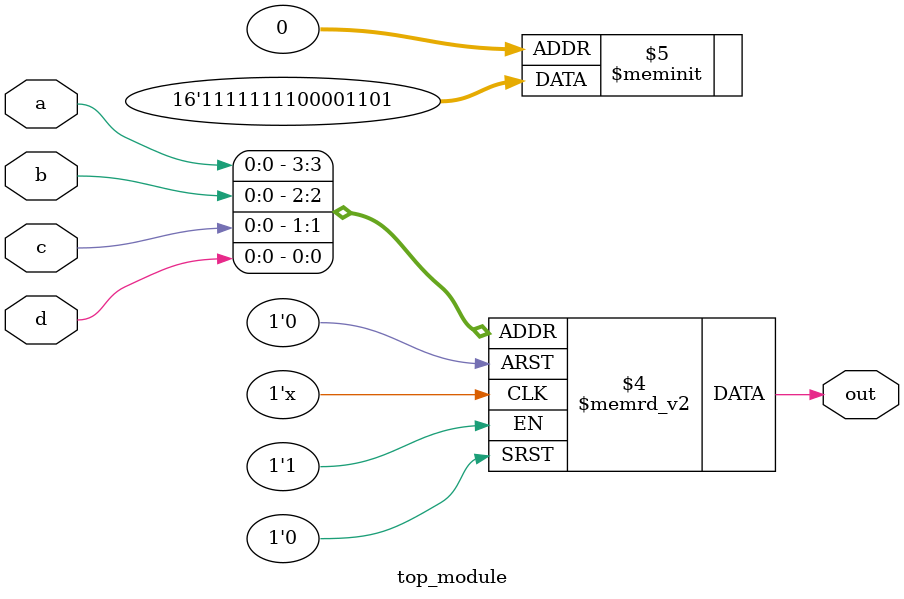
<source format=sv>
module top_module (
    input a, 
    input b,
    input c,
    input d,
    output reg out
);

always @(*)
begin
    case({a,b,c,d})
        4'b0000: out = 1'b1;
        4'b0001: out = 1'b0;
        4'b0010: out = 1'b1; // Changed output value for 4'b0010 to 1
        4'b0011: out = 1'b1; // Changed output value for 4'b0011 to 1
        4'b0100: out = 1'b0;
        4'b0101: out = 1'b0;
        4'b0110: out = 1'b0;
        4'b0111: out = 1'b0;
        4'b1000: out = 1'b1;
        4'b1001: out = 1'b1;
        4'b1010: out = 1'b1;
        4'b1011: out = 1'b1;
        4'b1100: out = 1'b1;
        4'b1101: out = 1'b1;
        4'b1110: out = 1'b1;
        default: out = 1'b1;
    endcase
end

endmodule

</source>
